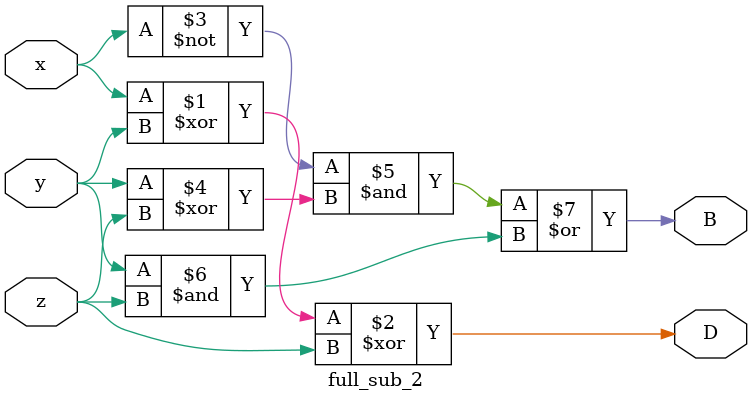
<source format=v>
module full_sub_2(x, y, z, D, B);
	input x, y, z;
	output D, B;
	assign D = x ^ y ^ z;
	assign B = (~x & (y ^ z)) | (y & z);
endmodule
</source>
